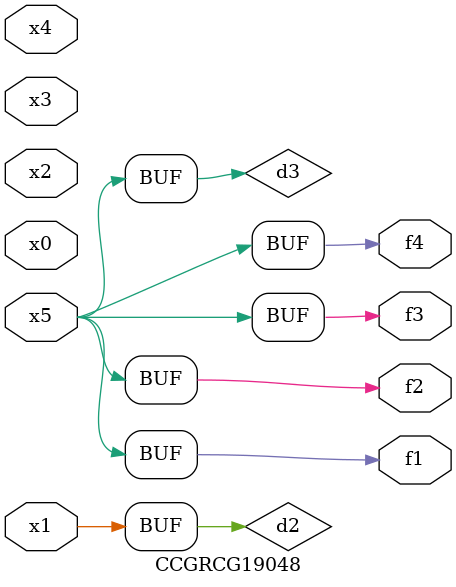
<source format=v>
module CCGRCG19048(
	input x0, x1, x2, x3, x4, x5,
	output f1, f2, f3, f4
);

	wire d1, d2, d3;

	not (d1, x5);
	or (d2, x1);
	xnor (d3, d1);
	assign f1 = d3;
	assign f2 = d3;
	assign f3 = d3;
	assign f4 = d3;
endmodule

</source>
